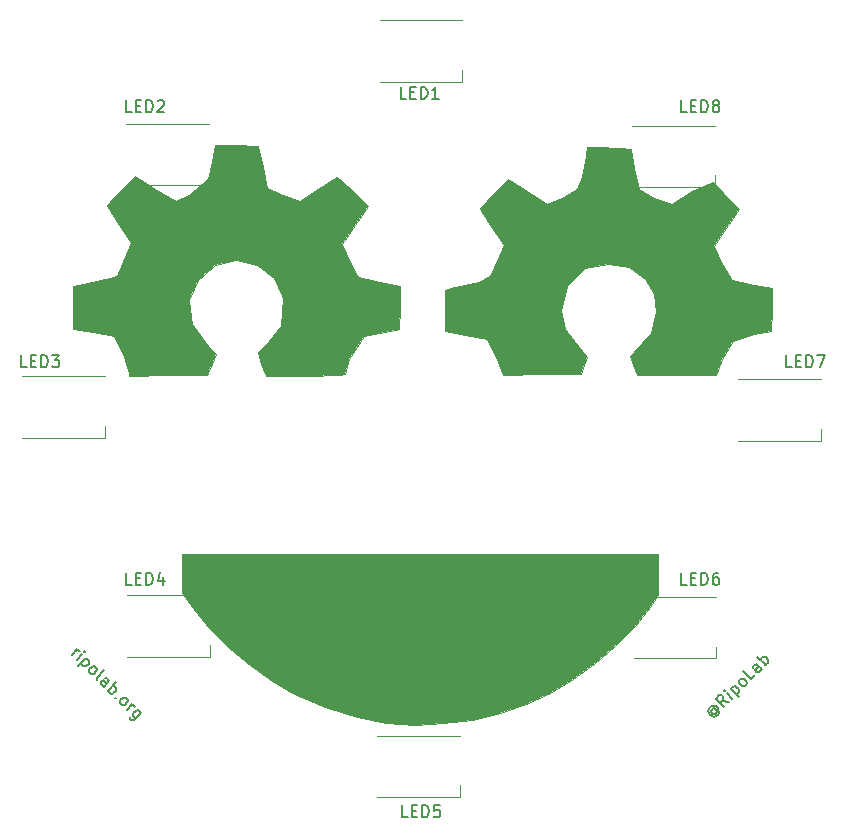
<source format=gbr>
G04 #@! TF.GenerationSoftware,KiCad,Pcbnew,5.0.0-rc2-dev-unknown-952aa7a~63~ubuntu16.04.1*
G04 #@! TF.CreationDate,2018-03-29T23:45:57+02:00*
G04 #@! TF.ProjectId,ripolab_pcb,7269706F6C61625F7063622E6B696361,rev?*
G04 #@! TF.SameCoordinates,Original*
G04 #@! TF.FileFunction,Legend,Top*
G04 #@! TF.FilePolarity,Positive*
%FSLAX46Y46*%
G04 Gerber Fmt 4.6, Leading zero omitted, Abs format (unit mm)*
G04 Created by KiCad (PCBNEW 5.0.0-rc2-dev-unknown-952aa7a~63~ubuntu16.04.1) date Thu Mar 29 23:45:57 2018*
%MOMM*%
%LPD*%
G01*
G04 APERTURE LIST*
%ADD10C,0.150000*%
%ADD11C,0.120000*%
%ADD12C,0.014111*%
%ADD13C,0.007056*%
G04 APERTURE END LIST*
D10*
X117619542Y-117497305D02*
X118090946Y-117025901D01*
X117956259Y-117160588D02*
X118057275Y-117126916D01*
X118124618Y-117126916D01*
X118225633Y-117160588D01*
X118292977Y-117227931D01*
X118057275Y-117935038D02*
X118528679Y-117463633D01*
X118764381Y-117227931D02*
X118697038Y-117227931D01*
X118697038Y-117295275D01*
X118764381Y-117295275D01*
X118764381Y-117227931D01*
X118697038Y-117295275D01*
X118865397Y-117800351D02*
X118158290Y-118507458D01*
X118831725Y-117834023D02*
X118932740Y-117867694D01*
X119067427Y-118002381D01*
X119101099Y-118103397D01*
X119101099Y-118170740D01*
X119067427Y-118271755D01*
X118865397Y-118473786D01*
X118764381Y-118507458D01*
X118697038Y-118507458D01*
X118596023Y-118473786D01*
X118461336Y-118339099D01*
X118427664Y-118238084D01*
X119134771Y-119012534D02*
X119101099Y-118911519D01*
X119101099Y-118844175D01*
X119134771Y-118743160D01*
X119336801Y-118541129D01*
X119437816Y-118507458D01*
X119505160Y-118507458D01*
X119606175Y-118541129D01*
X119707190Y-118642145D01*
X119740862Y-118743160D01*
X119740862Y-118810503D01*
X119707190Y-118911519D01*
X119505160Y-119113549D01*
X119404145Y-119147221D01*
X119336801Y-119147221D01*
X119235786Y-119113549D01*
X119134771Y-119012534D01*
X119774534Y-119652297D02*
X119740862Y-119551282D01*
X119774534Y-119450267D01*
X120380625Y-118844175D01*
X120346954Y-120224717D02*
X120717343Y-119854328D01*
X120751015Y-119753312D01*
X120717343Y-119652297D01*
X120582656Y-119517610D01*
X120481641Y-119483938D01*
X120380625Y-120191045D02*
X120279610Y-120157374D01*
X120111251Y-119989015D01*
X120077580Y-119888000D01*
X120111251Y-119786984D01*
X120178595Y-119719641D01*
X120279610Y-119685969D01*
X120380625Y-119719641D01*
X120548984Y-119888000D01*
X120650000Y-119921671D01*
X120683671Y-120561435D02*
X121390778Y-119854328D01*
X121121404Y-120123702D02*
X121222419Y-120157374D01*
X121357106Y-120292061D01*
X121390778Y-120393076D01*
X121390778Y-120460419D01*
X121357106Y-120561435D01*
X121155076Y-120763465D01*
X121054061Y-120797137D01*
X120986717Y-120797137D01*
X120885702Y-120763465D01*
X120751015Y-120628778D01*
X120717343Y-120527763D01*
X121390778Y-121133854D02*
X121390778Y-121201198D01*
X121323435Y-121201198D01*
X121323435Y-121133854D01*
X121390778Y-121133854D01*
X121323435Y-121201198D01*
X121761167Y-121638931D02*
X121727496Y-121537915D01*
X121727496Y-121470572D01*
X121761167Y-121369557D01*
X121963198Y-121167526D01*
X122064213Y-121133854D01*
X122131557Y-121133854D01*
X122232572Y-121167526D01*
X122333587Y-121268541D01*
X122367259Y-121369557D01*
X122367259Y-121436900D01*
X122333587Y-121537915D01*
X122131557Y-121739946D01*
X122030541Y-121773618D01*
X121963198Y-121773618D01*
X121862183Y-121739946D01*
X121761167Y-121638931D01*
X122299915Y-122177679D02*
X122771320Y-121706274D01*
X122636633Y-121840961D02*
X122737648Y-121807289D01*
X122804992Y-121807289D01*
X122906007Y-121840961D01*
X122973350Y-121908305D01*
X123512098Y-122447053D02*
X122939679Y-123019472D01*
X122838663Y-123053144D01*
X122771320Y-123053144D01*
X122670305Y-123019472D01*
X122569289Y-122918457D01*
X122535618Y-122817442D01*
X123074366Y-122884785D02*
X122973350Y-122851114D01*
X122838663Y-122716427D01*
X122804992Y-122615411D01*
X122804992Y-122548068D01*
X122838663Y-122447053D01*
X123040694Y-122245022D01*
X123141709Y-122211350D01*
X123209053Y-122211350D01*
X123310068Y-122245022D01*
X123444755Y-122379709D01*
X123478427Y-122480724D01*
X172037038Y-122061289D02*
X171969694Y-122061289D01*
X171868679Y-122094961D01*
X171801336Y-122162305D01*
X171767664Y-122263320D01*
X171767664Y-122330663D01*
X171801336Y-122431679D01*
X171868679Y-122499022D01*
X171969694Y-122532694D01*
X172037038Y-122532694D01*
X172138053Y-122499022D01*
X172205397Y-122431679D01*
X172239068Y-122330663D01*
X172239068Y-122263320D01*
X171969694Y-121993946D02*
X172239068Y-122263320D01*
X172306412Y-122263320D01*
X172340084Y-122229648D01*
X172373755Y-122128633D01*
X172340084Y-122027618D01*
X172171725Y-121859259D01*
X172003366Y-121825587D01*
X171835007Y-121859259D01*
X171666649Y-121960274D01*
X171565633Y-122128633D01*
X171531962Y-122296992D01*
X171565633Y-122465350D01*
X171666649Y-122633709D01*
X171835007Y-122734724D01*
X172003366Y-122768396D01*
X172171725Y-122734724D01*
X172340084Y-122633709D01*
X172441099Y-122465350D01*
X172474771Y-122296992D01*
X173249221Y-121522541D02*
X172676801Y-121421526D01*
X172845160Y-121926602D02*
X172138053Y-121219496D01*
X172407427Y-120950122D01*
X172508442Y-120916450D01*
X172575786Y-120916450D01*
X172676801Y-120950122D01*
X172777816Y-121051137D01*
X172811488Y-121152152D01*
X172811488Y-121219496D01*
X172777816Y-121320511D01*
X172508442Y-121589885D01*
X173552267Y-121219496D02*
X173080862Y-120748091D01*
X172845160Y-120512389D02*
X172845160Y-120579732D01*
X172912503Y-120579732D01*
X172912503Y-120512389D01*
X172845160Y-120512389D01*
X172912503Y-120579732D01*
X173417580Y-120411374D02*
X174124687Y-121118480D01*
X173451251Y-120445045D02*
X173484923Y-120344030D01*
X173619610Y-120209343D01*
X173720625Y-120175671D01*
X173787969Y-120175671D01*
X173888984Y-120209343D01*
X174091015Y-120411374D01*
X174124687Y-120512389D01*
X174124687Y-120579732D01*
X174091015Y-120680748D01*
X173956328Y-120815435D01*
X173855312Y-120849106D01*
X174629763Y-120142000D02*
X174528748Y-120175671D01*
X174461404Y-120175671D01*
X174360389Y-120141999D01*
X174158358Y-119939969D01*
X174124687Y-119838954D01*
X174124687Y-119771610D01*
X174158358Y-119670595D01*
X174259374Y-119569580D01*
X174360389Y-119535908D01*
X174427732Y-119535908D01*
X174528748Y-119569580D01*
X174730778Y-119771610D01*
X174764450Y-119872625D01*
X174764450Y-119939969D01*
X174730778Y-120040984D01*
X174629763Y-120142000D01*
X175505228Y-119266534D02*
X175168511Y-119603251D01*
X174461404Y-118896145D01*
X176043976Y-118727786D02*
X175673587Y-118357397D01*
X175572572Y-118323725D01*
X175471557Y-118357397D01*
X175336870Y-118492084D01*
X175303198Y-118593099D01*
X176010305Y-118694114D02*
X175976633Y-118795129D01*
X175808274Y-118963488D01*
X175707259Y-118997160D01*
X175606244Y-118963488D01*
X175538900Y-118896145D01*
X175505228Y-118795129D01*
X175538900Y-118694114D01*
X175707259Y-118525755D01*
X175740931Y-118424740D01*
X176380694Y-118391068D02*
X175673587Y-117683962D01*
X175942961Y-117953336D02*
X175976633Y-117852320D01*
X176111320Y-117717633D01*
X176212335Y-117683962D01*
X176279679Y-117683962D01*
X176380694Y-117717633D01*
X176582724Y-117919664D01*
X176616396Y-118020679D01*
X176616396Y-118088023D01*
X176582724Y-118189038D01*
X176448037Y-118323725D01*
X176347022Y-118357397D01*
D11*
X150700000Y-68980000D02*
X150700000Y-67980000D01*
X143700000Y-68980000D02*
X150700000Y-68980000D01*
X143700000Y-63780000D02*
X150700000Y-63780000D01*
X122250000Y-72580000D02*
X129250000Y-72580000D01*
X122250000Y-77780000D02*
X129250000Y-77780000D01*
X129250000Y-77780000D02*
X129250000Y-76780000D01*
X120450000Y-99120000D02*
X120450000Y-98120000D01*
X113450000Y-99120000D02*
X120450000Y-99120000D01*
X113450000Y-93920000D02*
X120450000Y-93920000D01*
X122350000Y-112480000D02*
X129350000Y-112480000D01*
X122350000Y-117680000D02*
X129350000Y-117680000D01*
X129350000Y-117680000D02*
X129350000Y-116680000D01*
X150500000Y-129580000D02*
X150500000Y-128580000D01*
X143500000Y-129580000D02*
X150500000Y-129580000D01*
X143500000Y-124380000D02*
X150500000Y-124380000D01*
X165200000Y-112630000D02*
X172200000Y-112630000D01*
X165200000Y-117830000D02*
X172200000Y-117830000D01*
X172200000Y-117830000D02*
X172200000Y-116830000D01*
X181050000Y-99380000D02*
X181050000Y-98380000D01*
X174050000Y-99380000D02*
X181050000Y-99380000D01*
X174050000Y-94180000D02*
X181050000Y-94180000D01*
X172100000Y-77930000D02*
X172100000Y-76930000D01*
X165100000Y-77930000D02*
X172100000Y-77930000D01*
X165100000Y-72730000D02*
X172100000Y-72730000D01*
D12*
G36*
X153517718Y-92329941D02*
X152796978Y-90772330D01*
X150944444Y-90404309D01*
X149219255Y-90123998D01*
X149219255Y-88359090D01*
X149219255Y-86594182D01*
X149708440Y-86494639D01*
X152155055Y-85922705D01*
X153049722Y-85482028D01*
X153738005Y-84003527D01*
X154208860Y-82835446D01*
X153219242Y-81365738D01*
X152229625Y-79751207D01*
X153396144Y-78420112D01*
X154562662Y-77233845D01*
X156143107Y-78289338D01*
X157878317Y-79345102D01*
X159149513Y-78802638D01*
X160388515Y-78044956D01*
X160827191Y-77024778D01*
X161180916Y-75319005D01*
X161288986Y-74528783D01*
X162231150Y-74528783D01*
X164071185Y-74622629D01*
X164969052Y-74716474D01*
X165238932Y-76315962D01*
X165621113Y-78121838D01*
X166970100Y-78801828D01*
X168490589Y-79345376D01*
X170155390Y-78282029D01*
X171944429Y-77491807D01*
X173153021Y-78785426D01*
X174111159Y-79805921D01*
X173042254Y-81358727D01*
X171973353Y-82911533D01*
X172584976Y-84301605D01*
X173512817Y-85811149D01*
X175376194Y-86210833D01*
X176923356Y-86491041D01*
X176881380Y-88291526D01*
X176839403Y-90092007D01*
X175409477Y-90368299D01*
X173603255Y-90915976D01*
X172700144Y-92489322D01*
X172173329Y-93791280D01*
X168844362Y-93793086D01*
X165515392Y-93794892D01*
X165186413Y-93004670D01*
X164857434Y-92214448D01*
X165279232Y-91881946D01*
X166682085Y-90304542D01*
X167130959Y-88477013D01*
X166918388Y-86937560D01*
X166183023Y-85726943D01*
X164850324Y-84666214D01*
X163066959Y-84389282D01*
X161110218Y-84787078D01*
X159572651Y-86260011D01*
X159082688Y-88300957D01*
X159394874Y-89925023D01*
X160544479Y-91486188D01*
X161300163Y-92285216D01*
X161005930Y-93002418D01*
X160711693Y-93719624D01*
X157411400Y-93759596D01*
X154111107Y-93799570D01*
X153517718Y-92329670D01*
X153517718Y-92329941D01*
X153517718Y-92329941D01*
G37*
X153517718Y-92329941D02*
X152796978Y-90772330D01*
X150944444Y-90404309D01*
X149219255Y-90123998D01*
X149219255Y-88359090D01*
X149219255Y-86594182D01*
X149708440Y-86494639D01*
X152155055Y-85922705D01*
X153049722Y-85482028D01*
X153738005Y-84003527D01*
X154208860Y-82835446D01*
X153219242Y-81365738D01*
X152229625Y-79751207D01*
X153396144Y-78420112D01*
X154562662Y-77233845D01*
X156143107Y-78289338D01*
X157878317Y-79345102D01*
X159149513Y-78802638D01*
X160388515Y-78044956D01*
X160827191Y-77024778D01*
X161180916Y-75319005D01*
X161288986Y-74528783D01*
X162231150Y-74528783D01*
X164071185Y-74622629D01*
X164969052Y-74716474D01*
X165238932Y-76315962D01*
X165621113Y-78121838D01*
X166970100Y-78801828D01*
X168490589Y-79345376D01*
X170155390Y-78282029D01*
X171944429Y-77491807D01*
X173153021Y-78785426D01*
X174111159Y-79805921D01*
X173042254Y-81358727D01*
X171973353Y-82911533D01*
X172584976Y-84301605D01*
X173512817Y-85811149D01*
X175376194Y-86210833D01*
X176923356Y-86491041D01*
X176881380Y-88291526D01*
X176839403Y-90092007D01*
X175409477Y-90368299D01*
X173603255Y-90915976D01*
X172700144Y-92489322D01*
X172173329Y-93791280D01*
X168844362Y-93793086D01*
X165515392Y-93794892D01*
X165186413Y-93004670D01*
X164857434Y-92214448D01*
X165279232Y-91881946D01*
X166682085Y-90304542D01*
X167130959Y-88477013D01*
X166918388Y-86937560D01*
X166183023Y-85726943D01*
X164850324Y-84666214D01*
X163066959Y-84389282D01*
X161110218Y-84787078D01*
X159572651Y-86260011D01*
X159082688Y-88300957D01*
X159394874Y-89925023D01*
X160544479Y-91486188D01*
X161300163Y-92285216D01*
X161005930Y-93002418D01*
X160711693Y-93719624D01*
X157411400Y-93759596D01*
X154111107Y-93799570D01*
X153517718Y-92329670D01*
X153517718Y-92329941D01*
G36*
X144278882Y-123280230D02*
X141762495Y-122794005D01*
X139043091Y-121943400D01*
X136479885Y-120840777D01*
X134591034Y-119749930D01*
X132696085Y-118397250D01*
X130884036Y-116858321D01*
X129243884Y-115208727D01*
X127864627Y-113524050D01*
X126942514Y-112255613D01*
X126942514Y-110626569D01*
X126942514Y-108997525D01*
X147111996Y-108997525D01*
X167281477Y-108997525D01*
X167281477Y-110747002D01*
X167281477Y-112496481D01*
X166571099Y-113493965D01*
X165280962Y-115096884D01*
X163723239Y-116682080D01*
X161963459Y-118193280D01*
X160067152Y-119574212D01*
X158099848Y-120768603D01*
X156076669Y-121715384D01*
X153859524Y-122465766D01*
X151509793Y-123008596D01*
X149088856Y-123332719D01*
X146658092Y-123426982D01*
X144278882Y-123280230D01*
X144278882Y-123280230D01*
G37*
X144278882Y-123280230D02*
X141762495Y-122794005D01*
X139043091Y-121943400D01*
X136479885Y-120840777D01*
X134591034Y-119749930D01*
X132696085Y-118397250D01*
X130884036Y-116858321D01*
X129243884Y-115208727D01*
X127864627Y-113524050D01*
X126942514Y-112255613D01*
X126942514Y-110626569D01*
X126942514Y-108997525D01*
X147111996Y-108997525D01*
X167281477Y-108997525D01*
X167281477Y-110747002D01*
X167281477Y-112496481D01*
X166571099Y-113493965D01*
X165280962Y-115096884D01*
X163723239Y-116682080D01*
X161963459Y-118193280D01*
X160067152Y-119574212D01*
X158099848Y-120768603D01*
X156076669Y-121715384D01*
X153859524Y-122465766D01*
X151509793Y-123008596D01*
X149088856Y-123332719D01*
X146658092Y-123426982D01*
X144278882Y-123280230D01*
D13*
G36*
X122497004Y-93665847D02*
X121946840Y-92030063D01*
X121208796Y-90558292D01*
X119391162Y-90213942D01*
X117716644Y-89921313D01*
X117717156Y-88114892D01*
X117717667Y-86308471D01*
X119001745Y-86061019D01*
X120870594Y-85628835D01*
X121455365Y-85444104D01*
X121742814Y-84831562D01*
X122344761Y-83419894D01*
X122659260Y-82620767D01*
X121815552Y-81378990D01*
X120807312Y-79811544D01*
X120642780Y-79485876D01*
X120848371Y-79209470D01*
X122004994Y-77967037D01*
X123016983Y-77013952D01*
X124688822Y-78074687D01*
X126459151Y-79079885D01*
X127532586Y-78623411D01*
X129155651Y-77261200D01*
X129503351Y-75786535D01*
X129758144Y-74361328D01*
X131581197Y-74334988D01*
X133436139Y-74420335D01*
X133785462Y-76224669D01*
X134131857Y-78021993D01*
X135553794Y-78590328D01*
X136985775Y-79121203D01*
X138523502Y-78103977D01*
X140084515Y-77049517D01*
X141440726Y-78273705D01*
X142699904Y-79535129D01*
X141610059Y-81096331D01*
X140520218Y-82703610D01*
X141133177Y-84132347D01*
X141895981Y-85562568D01*
X143735603Y-85934589D01*
X145465028Y-86298703D01*
X145439560Y-88129119D01*
X145374443Y-89919883D01*
X144998147Y-89983604D01*
X142367694Y-90565719D01*
X141103245Y-92508067D01*
X140740324Y-93740314D01*
X140322361Y-93852853D01*
X137454044Y-93871500D01*
X134085554Y-93870898D01*
X133689501Y-92920708D01*
X133379508Y-91866822D01*
X133991745Y-91413325D01*
X135330474Y-89641486D01*
X135557111Y-87308718D01*
X134771981Y-85640016D01*
X133349522Y-84523303D01*
X131582080Y-84099742D01*
X129762000Y-84510494D01*
X128311346Y-85782452D01*
X127583916Y-87512529D01*
X127856901Y-89537082D01*
X129239433Y-91424554D01*
X129854316Y-92012009D01*
X129486380Y-92923158D01*
X129118443Y-93834307D01*
X125789946Y-93853904D01*
X122461448Y-93873502D01*
X122497024Y-93665759D01*
X122497004Y-93665847D01*
X122497004Y-93665847D01*
G37*
X122497004Y-93665847D02*
X121946840Y-92030063D01*
X121208796Y-90558292D01*
X119391162Y-90213942D01*
X117716644Y-89921313D01*
X117717156Y-88114892D01*
X117717667Y-86308471D01*
X119001745Y-86061019D01*
X120870594Y-85628835D01*
X121455365Y-85444104D01*
X121742814Y-84831562D01*
X122344761Y-83419894D01*
X122659260Y-82620767D01*
X121815552Y-81378990D01*
X120807312Y-79811544D01*
X120642780Y-79485876D01*
X120848371Y-79209470D01*
X122004994Y-77967037D01*
X123016983Y-77013952D01*
X124688822Y-78074687D01*
X126459151Y-79079885D01*
X127532586Y-78623411D01*
X129155651Y-77261200D01*
X129503351Y-75786535D01*
X129758144Y-74361328D01*
X131581197Y-74334988D01*
X133436139Y-74420335D01*
X133785462Y-76224669D01*
X134131857Y-78021993D01*
X135553794Y-78590328D01*
X136985775Y-79121203D01*
X138523502Y-78103977D01*
X140084515Y-77049517D01*
X141440726Y-78273705D01*
X142699904Y-79535129D01*
X141610059Y-81096331D01*
X140520218Y-82703610D01*
X141133177Y-84132347D01*
X141895981Y-85562568D01*
X143735603Y-85934589D01*
X145465028Y-86298703D01*
X145439560Y-88129119D01*
X145374443Y-89919883D01*
X144998147Y-89983604D01*
X142367694Y-90565719D01*
X141103245Y-92508067D01*
X140740324Y-93740314D01*
X140322361Y-93852853D01*
X137454044Y-93871500D01*
X134085554Y-93870898D01*
X133689501Y-92920708D01*
X133379508Y-91866822D01*
X133991745Y-91413325D01*
X135330474Y-89641486D01*
X135557111Y-87308718D01*
X134771981Y-85640016D01*
X133349522Y-84523303D01*
X131582080Y-84099742D01*
X129762000Y-84510494D01*
X128311346Y-85782452D01*
X127583916Y-87512529D01*
X127856901Y-89537082D01*
X129239433Y-91424554D01*
X129854316Y-92012009D01*
X129486380Y-92923158D01*
X129118443Y-93834307D01*
X125789946Y-93853904D01*
X122461448Y-93873502D01*
X122497024Y-93665759D01*
X122497004Y-93665847D01*
D10*
X145946952Y-70429380D02*
X145470761Y-70429380D01*
X145470761Y-69429380D01*
X146280285Y-69905571D02*
X146613619Y-69905571D01*
X146756476Y-70429380D02*
X146280285Y-70429380D01*
X146280285Y-69429380D01*
X146756476Y-69429380D01*
X147185047Y-70429380D02*
X147185047Y-69429380D01*
X147423142Y-69429380D01*
X147566000Y-69477000D01*
X147661238Y-69572238D01*
X147708857Y-69667476D01*
X147756476Y-69857952D01*
X147756476Y-70000809D01*
X147708857Y-70191285D01*
X147661238Y-70286523D01*
X147566000Y-70381761D01*
X147423142Y-70429380D01*
X147185047Y-70429380D01*
X148708857Y-70429380D02*
X148137428Y-70429380D01*
X148423142Y-70429380D02*
X148423142Y-69429380D01*
X148327904Y-69572238D01*
X148232666Y-69667476D01*
X148137428Y-69715095D01*
X122705952Y-71572380D02*
X122229761Y-71572380D01*
X122229761Y-70572380D01*
X123039285Y-71048571D02*
X123372619Y-71048571D01*
X123515476Y-71572380D02*
X123039285Y-71572380D01*
X123039285Y-70572380D01*
X123515476Y-70572380D01*
X123944047Y-71572380D02*
X123944047Y-70572380D01*
X124182142Y-70572380D01*
X124325000Y-70620000D01*
X124420238Y-70715238D01*
X124467857Y-70810476D01*
X124515476Y-71000952D01*
X124515476Y-71143809D01*
X124467857Y-71334285D01*
X124420238Y-71429523D01*
X124325000Y-71524761D01*
X124182142Y-71572380D01*
X123944047Y-71572380D01*
X124896428Y-70667619D02*
X124944047Y-70620000D01*
X125039285Y-70572380D01*
X125277380Y-70572380D01*
X125372619Y-70620000D01*
X125420238Y-70667619D01*
X125467857Y-70762857D01*
X125467857Y-70858095D01*
X125420238Y-71000952D01*
X124848809Y-71572380D01*
X125467857Y-71572380D01*
X113815952Y-93162380D02*
X113339761Y-93162380D01*
X113339761Y-92162380D01*
X114149285Y-92638571D02*
X114482619Y-92638571D01*
X114625476Y-93162380D02*
X114149285Y-93162380D01*
X114149285Y-92162380D01*
X114625476Y-92162380D01*
X115054047Y-93162380D02*
X115054047Y-92162380D01*
X115292142Y-92162380D01*
X115435000Y-92210000D01*
X115530238Y-92305238D01*
X115577857Y-92400476D01*
X115625476Y-92590952D01*
X115625476Y-92733809D01*
X115577857Y-92924285D01*
X115530238Y-93019523D01*
X115435000Y-93114761D01*
X115292142Y-93162380D01*
X115054047Y-93162380D01*
X115958809Y-92162380D02*
X116577857Y-92162380D01*
X116244523Y-92543333D01*
X116387380Y-92543333D01*
X116482619Y-92590952D01*
X116530238Y-92638571D01*
X116577857Y-92733809D01*
X116577857Y-92971904D01*
X116530238Y-93067142D01*
X116482619Y-93114761D01*
X116387380Y-93162380D01*
X116101666Y-93162380D01*
X116006428Y-93114761D01*
X115958809Y-93067142D01*
X122705952Y-111577380D02*
X122229761Y-111577380D01*
X122229761Y-110577380D01*
X123039285Y-111053571D02*
X123372619Y-111053571D01*
X123515476Y-111577380D02*
X123039285Y-111577380D01*
X123039285Y-110577380D01*
X123515476Y-110577380D01*
X123944047Y-111577380D02*
X123944047Y-110577380D01*
X124182142Y-110577380D01*
X124325000Y-110625000D01*
X124420238Y-110720238D01*
X124467857Y-110815476D01*
X124515476Y-111005952D01*
X124515476Y-111148809D01*
X124467857Y-111339285D01*
X124420238Y-111434523D01*
X124325000Y-111529761D01*
X124182142Y-111577380D01*
X123944047Y-111577380D01*
X125372619Y-110910714D02*
X125372619Y-111577380D01*
X125134523Y-110529761D02*
X124896428Y-111244047D01*
X125515476Y-111244047D01*
X146073952Y-131262380D02*
X145597761Y-131262380D01*
X145597761Y-130262380D01*
X146407285Y-130738571D02*
X146740619Y-130738571D01*
X146883476Y-131262380D02*
X146407285Y-131262380D01*
X146407285Y-130262380D01*
X146883476Y-130262380D01*
X147312047Y-131262380D02*
X147312047Y-130262380D01*
X147550142Y-130262380D01*
X147693000Y-130310000D01*
X147788238Y-130405238D01*
X147835857Y-130500476D01*
X147883476Y-130690952D01*
X147883476Y-130833809D01*
X147835857Y-131024285D01*
X147788238Y-131119523D01*
X147693000Y-131214761D01*
X147550142Y-131262380D01*
X147312047Y-131262380D01*
X148788238Y-130262380D02*
X148312047Y-130262380D01*
X148264428Y-130738571D01*
X148312047Y-130690952D01*
X148407285Y-130643333D01*
X148645380Y-130643333D01*
X148740619Y-130690952D01*
X148788238Y-130738571D01*
X148835857Y-130833809D01*
X148835857Y-131071904D01*
X148788238Y-131167142D01*
X148740619Y-131214761D01*
X148645380Y-131262380D01*
X148407285Y-131262380D01*
X148312047Y-131214761D01*
X148264428Y-131167142D01*
X169695952Y-111577380D02*
X169219761Y-111577380D01*
X169219761Y-110577380D01*
X170029285Y-111053571D02*
X170362619Y-111053571D01*
X170505476Y-111577380D02*
X170029285Y-111577380D01*
X170029285Y-110577380D01*
X170505476Y-110577380D01*
X170934047Y-111577380D02*
X170934047Y-110577380D01*
X171172142Y-110577380D01*
X171315000Y-110625000D01*
X171410238Y-110720238D01*
X171457857Y-110815476D01*
X171505476Y-111005952D01*
X171505476Y-111148809D01*
X171457857Y-111339285D01*
X171410238Y-111434523D01*
X171315000Y-111529761D01*
X171172142Y-111577380D01*
X170934047Y-111577380D01*
X172362619Y-110577380D02*
X172172142Y-110577380D01*
X172076904Y-110625000D01*
X172029285Y-110672619D01*
X171934047Y-110815476D01*
X171886428Y-111005952D01*
X171886428Y-111386904D01*
X171934047Y-111482142D01*
X171981666Y-111529761D01*
X172076904Y-111577380D01*
X172267380Y-111577380D01*
X172362619Y-111529761D01*
X172410238Y-111482142D01*
X172457857Y-111386904D01*
X172457857Y-111148809D01*
X172410238Y-111053571D01*
X172362619Y-111005952D01*
X172267380Y-110958333D01*
X172076904Y-110958333D01*
X171981666Y-111005952D01*
X171934047Y-111053571D01*
X171886428Y-111148809D01*
X178585952Y-93162380D02*
X178109761Y-93162380D01*
X178109761Y-92162380D01*
X178919285Y-92638571D02*
X179252619Y-92638571D01*
X179395476Y-93162380D02*
X178919285Y-93162380D01*
X178919285Y-92162380D01*
X179395476Y-92162380D01*
X179824047Y-93162380D02*
X179824047Y-92162380D01*
X180062142Y-92162380D01*
X180205000Y-92210000D01*
X180300238Y-92305238D01*
X180347857Y-92400476D01*
X180395476Y-92590952D01*
X180395476Y-92733809D01*
X180347857Y-92924285D01*
X180300238Y-93019523D01*
X180205000Y-93114761D01*
X180062142Y-93162380D01*
X179824047Y-93162380D01*
X180728809Y-92162380D02*
X181395476Y-92162380D01*
X180966904Y-93162380D01*
X169695952Y-71572380D02*
X169219761Y-71572380D01*
X169219761Y-70572380D01*
X170029285Y-71048571D02*
X170362619Y-71048571D01*
X170505476Y-71572380D02*
X170029285Y-71572380D01*
X170029285Y-70572380D01*
X170505476Y-70572380D01*
X170934047Y-71572380D02*
X170934047Y-70572380D01*
X171172142Y-70572380D01*
X171315000Y-70620000D01*
X171410238Y-70715238D01*
X171457857Y-70810476D01*
X171505476Y-71000952D01*
X171505476Y-71143809D01*
X171457857Y-71334285D01*
X171410238Y-71429523D01*
X171315000Y-71524761D01*
X171172142Y-71572380D01*
X170934047Y-71572380D01*
X172076904Y-71000952D02*
X171981666Y-70953333D01*
X171934047Y-70905714D01*
X171886428Y-70810476D01*
X171886428Y-70762857D01*
X171934047Y-70667619D01*
X171981666Y-70620000D01*
X172076904Y-70572380D01*
X172267380Y-70572380D01*
X172362619Y-70620000D01*
X172410238Y-70667619D01*
X172457857Y-70762857D01*
X172457857Y-70810476D01*
X172410238Y-70905714D01*
X172362619Y-70953333D01*
X172267380Y-71000952D01*
X172076904Y-71000952D01*
X171981666Y-71048571D01*
X171934047Y-71096190D01*
X171886428Y-71191428D01*
X171886428Y-71381904D01*
X171934047Y-71477142D01*
X171981666Y-71524761D01*
X172076904Y-71572380D01*
X172267380Y-71572380D01*
X172362619Y-71524761D01*
X172410238Y-71477142D01*
X172457857Y-71381904D01*
X172457857Y-71191428D01*
X172410238Y-71096190D01*
X172362619Y-71048571D01*
X172267380Y-71000952D01*
M02*

</source>
